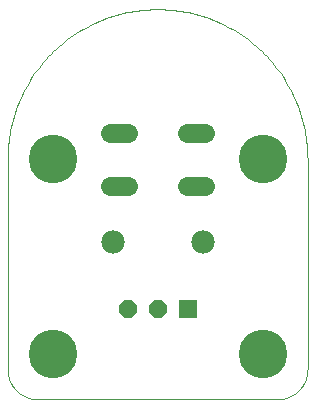
<source format=gts>
G75*
%MOIN*%
%OFA0B0*%
%FSLAX25Y25*%
%IPPOS*%
%LPD*%
%AMOC8*
5,1,8,0,0,1.08239X$1,22.5*
%
%ADD10C,0.06400*%
%ADD11OC8,0.06000*%
%ADD12R,0.06000X0.06000*%
%ADD13C,0.00000*%
%ADD14C,0.16211*%
%ADD15C,0.07800*%
D10*
X0041000Y0095106D02*
X0047000Y0095106D01*
X0047000Y0112906D02*
X0041000Y0112906D01*
X0066600Y0112906D02*
X0072600Y0112906D01*
X0072600Y0095106D02*
X0066600Y0095106D01*
D11*
X0056800Y0054006D03*
X0046800Y0054006D03*
D12*
X0066800Y0054006D03*
D13*
X0096800Y0024006D02*
X0016800Y0024006D01*
X0016558Y0024009D01*
X0016317Y0024018D01*
X0016076Y0024032D01*
X0015835Y0024053D01*
X0015595Y0024079D01*
X0015355Y0024111D01*
X0015116Y0024149D01*
X0014879Y0024192D01*
X0014642Y0024242D01*
X0014407Y0024297D01*
X0014173Y0024357D01*
X0013941Y0024424D01*
X0013710Y0024495D01*
X0013481Y0024573D01*
X0013254Y0024656D01*
X0013029Y0024744D01*
X0012806Y0024838D01*
X0012586Y0024937D01*
X0012368Y0025042D01*
X0012153Y0025151D01*
X0011940Y0025266D01*
X0011730Y0025386D01*
X0011524Y0025511D01*
X0011320Y0025641D01*
X0011119Y0025776D01*
X0010922Y0025916D01*
X0010728Y0026060D01*
X0010538Y0026209D01*
X0010352Y0026363D01*
X0010169Y0026521D01*
X0009990Y0026683D01*
X0009815Y0026850D01*
X0009644Y0027021D01*
X0009477Y0027196D01*
X0009315Y0027375D01*
X0009157Y0027558D01*
X0009003Y0027744D01*
X0008854Y0027934D01*
X0008710Y0028128D01*
X0008570Y0028325D01*
X0008435Y0028526D01*
X0008305Y0028730D01*
X0008180Y0028936D01*
X0008060Y0029146D01*
X0007945Y0029359D01*
X0007836Y0029574D01*
X0007731Y0029792D01*
X0007632Y0030012D01*
X0007538Y0030235D01*
X0007450Y0030460D01*
X0007367Y0030687D01*
X0007289Y0030916D01*
X0007218Y0031147D01*
X0007151Y0031379D01*
X0007091Y0031613D01*
X0007036Y0031848D01*
X0006986Y0032085D01*
X0006943Y0032322D01*
X0006905Y0032561D01*
X0006873Y0032801D01*
X0006847Y0033041D01*
X0006826Y0033282D01*
X0006812Y0033523D01*
X0006803Y0033764D01*
X0006800Y0034006D01*
X0006800Y0104006D01*
X0006815Y0105224D01*
X0006859Y0106440D01*
X0006933Y0107656D01*
X0007037Y0108869D01*
X0007170Y0110079D01*
X0007333Y0111286D01*
X0007525Y0112488D01*
X0007746Y0113686D01*
X0007996Y0114878D01*
X0008275Y0116063D01*
X0008583Y0117241D01*
X0008920Y0118411D01*
X0009285Y0119573D01*
X0009678Y0120725D01*
X0010099Y0121868D01*
X0010548Y0122999D01*
X0011024Y0124120D01*
X0011528Y0125229D01*
X0012058Y0126325D01*
X0012615Y0127408D01*
X0013198Y0128477D01*
X0013806Y0129531D01*
X0014441Y0130571D01*
X0015100Y0131594D01*
X0015784Y0132602D01*
X0016493Y0133592D01*
X0017225Y0134565D01*
X0017981Y0135519D01*
X0018760Y0136455D01*
X0019561Y0137372D01*
X0020385Y0138269D01*
X0021230Y0139145D01*
X0022096Y0140001D01*
X0022983Y0140836D01*
X0023890Y0141648D01*
X0024816Y0142438D01*
X0025762Y0143206D01*
X0026725Y0143950D01*
X0027707Y0144670D01*
X0028706Y0145367D01*
X0029721Y0146039D01*
X0030753Y0146686D01*
X0031800Y0147307D01*
X0032862Y0147903D01*
X0033938Y0148473D01*
X0035027Y0149017D01*
X0036130Y0149533D01*
X0037245Y0150023D01*
X0038371Y0150486D01*
X0039508Y0150921D01*
X0040656Y0151328D01*
X0041813Y0151707D01*
X0042979Y0152058D01*
X0044153Y0152380D01*
X0045335Y0152674D01*
X0046524Y0152939D01*
X0047718Y0153174D01*
X0048918Y0153381D01*
X0050123Y0153558D01*
X0051331Y0153706D01*
X0052543Y0153824D01*
X0053758Y0153913D01*
X0054974Y0153973D01*
X0056191Y0154002D01*
X0057409Y0154002D01*
X0058626Y0153973D01*
X0059842Y0153913D01*
X0061057Y0153824D01*
X0062269Y0153706D01*
X0063477Y0153558D01*
X0064682Y0153381D01*
X0065882Y0153174D01*
X0067076Y0152939D01*
X0068265Y0152674D01*
X0069447Y0152380D01*
X0070621Y0152058D01*
X0071787Y0151707D01*
X0072944Y0151328D01*
X0074092Y0150921D01*
X0075229Y0150486D01*
X0076355Y0150023D01*
X0077470Y0149533D01*
X0078573Y0149017D01*
X0079662Y0148473D01*
X0080738Y0147903D01*
X0081800Y0147307D01*
X0082847Y0146686D01*
X0083879Y0146039D01*
X0084894Y0145367D01*
X0085893Y0144670D01*
X0086875Y0143950D01*
X0087838Y0143206D01*
X0088784Y0142438D01*
X0089710Y0141648D01*
X0090617Y0140836D01*
X0091504Y0140001D01*
X0092370Y0139145D01*
X0093215Y0138269D01*
X0094039Y0137372D01*
X0094840Y0136455D01*
X0095619Y0135519D01*
X0096375Y0134565D01*
X0097107Y0133592D01*
X0097816Y0132602D01*
X0098500Y0131594D01*
X0099159Y0130571D01*
X0099794Y0129531D01*
X0100402Y0128477D01*
X0100985Y0127408D01*
X0101542Y0126325D01*
X0102072Y0125229D01*
X0102576Y0124120D01*
X0103052Y0122999D01*
X0103501Y0121868D01*
X0103922Y0120725D01*
X0104315Y0119573D01*
X0104680Y0118411D01*
X0105017Y0117241D01*
X0105325Y0116063D01*
X0105604Y0114878D01*
X0105854Y0113686D01*
X0106075Y0112488D01*
X0106267Y0111286D01*
X0106430Y0110079D01*
X0106563Y0108869D01*
X0106667Y0107656D01*
X0106741Y0106440D01*
X0106785Y0105224D01*
X0106800Y0104006D01*
X0106800Y0034006D01*
X0106797Y0033764D01*
X0106788Y0033523D01*
X0106774Y0033282D01*
X0106753Y0033041D01*
X0106727Y0032801D01*
X0106695Y0032561D01*
X0106657Y0032322D01*
X0106614Y0032085D01*
X0106564Y0031848D01*
X0106509Y0031613D01*
X0106449Y0031379D01*
X0106382Y0031147D01*
X0106311Y0030916D01*
X0106233Y0030687D01*
X0106150Y0030460D01*
X0106062Y0030235D01*
X0105968Y0030012D01*
X0105869Y0029792D01*
X0105764Y0029574D01*
X0105655Y0029359D01*
X0105540Y0029146D01*
X0105420Y0028936D01*
X0105295Y0028730D01*
X0105165Y0028526D01*
X0105030Y0028325D01*
X0104890Y0028128D01*
X0104746Y0027934D01*
X0104597Y0027744D01*
X0104443Y0027558D01*
X0104285Y0027375D01*
X0104123Y0027196D01*
X0103956Y0027021D01*
X0103785Y0026850D01*
X0103610Y0026683D01*
X0103431Y0026521D01*
X0103248Y0026363D01*
X0103062Y0026209D01*
X0102872Y0026060D01*
X0102678Y0025916D01*
X0102481Y0025776D01*
X0102280Y0025641D01*
X0102076Y0025511D01*
X0101870Y0025386D01*
X0101660Y0025266D01*
X0101447Y0025151D01*
X0101232Y0025042D01*
X0101014Y0024937D01*
X0100794Y0024838D01*
X0100571Y0024744D01*
X0100346Y0024656D01*
X0100119Y0024573D01*
X0099890Y0024495D01*
X0099659Y0024424D01*
X0099427Y0024357D01*
X0099193Y0024297D01*
X0098958Y0024242D01*
X0098721Y0024192D01*
X0098484Y0024149D01*
X0098245Y0024111D01*
X0098005Y0024079D01*
X0097765Y0024053D01*
X0097524Y0024032D01*
X0097283Y0024018D01*
X0097042Y0024009D01*
X0096800Y0024006D01*
D14*
X0091800Y0039006D03*
X0091800Y0104006D03*
X0021800Y0104006D03*
X0021800Y0039006D03*
D15*
X0041800Y0076506D03*
X0071800Y0076506D03*
M02*

</source>
